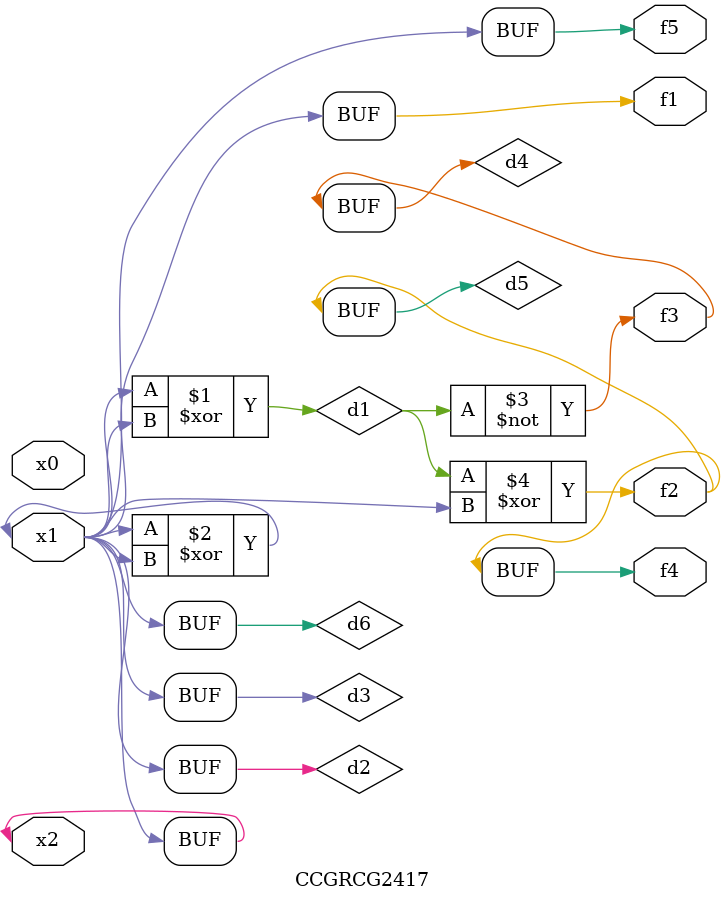
<source format=v>
module CCGRCG2417(
	input x0, x1, x2,
	output f1, f2, f3, f4, f5
);

	wire d1, d2, d3, d4, d5, d6;

	xor (d1, x1, x2);
	buf (d2, x1, x2);
	xor (d3, x1, x2);
	nor (d4, d1);
	xor (d5, d1, d2);
	buf (d6, d2, d3);
	assign f1 = d6;
	assign f2 = d5;
	assign f3 = d4;
	assign f4 = d5;
	assign f5 = d6;
endmodule

</source>
